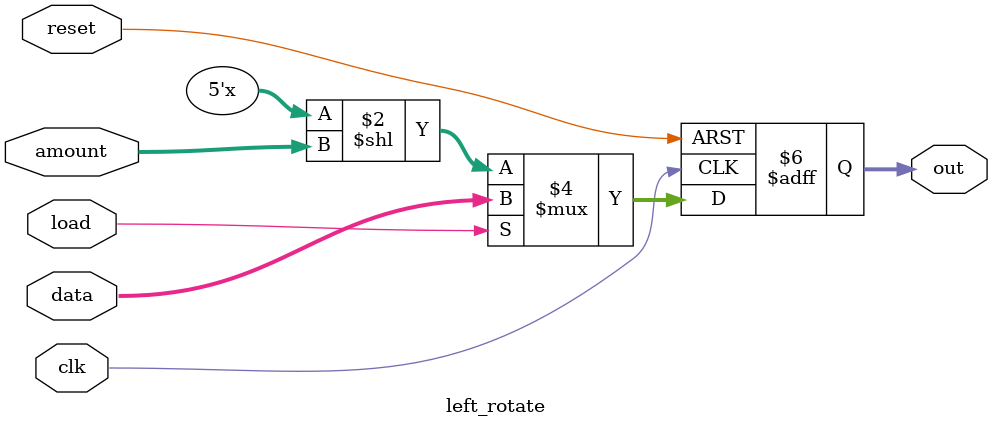
<source format=v>
module left_rotate(clk,reset,amount,data,load,out);
input clk,reset;
input [2:0] amount;
input [7:0] data;
input load;
output reg [7:0] out;
// when load is high, load data to out
// otherwise rotate the out register followed by left shift the out register by amount bits
always @(posedge clk or posedge reset)
if(reset)
begin
out<=0;
end
else
if(load)
out<=data;
else
begin
out<=reg_out[2:0];
out<=reg_out[7:3] << amount;
end
endmodule

</source>
